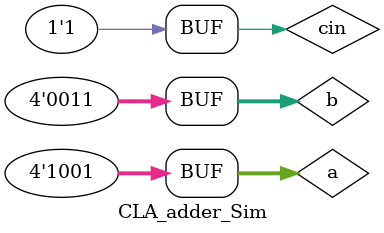
<source format=v>
`timescale 1ns / 1ps


module CLA_adder_Sim();
reg [3:0] a;
reg [3:0] b;
reg cin;
wire [3:0] res;
wire cout;

CLA_adder CLAA1(a,b,cin,res,cout);

initial
begin
    #50
    a = 4'b1001;
    b = 4'b0011;
    cin = 0;
    
    #50
    a = 4'b1001;
    b = 4'b1001;
    cin = 0;
    
    #50
    a = 4'b1001;
    b = 4'b0011;
    cin = 1;

end
endmodule

</source>
